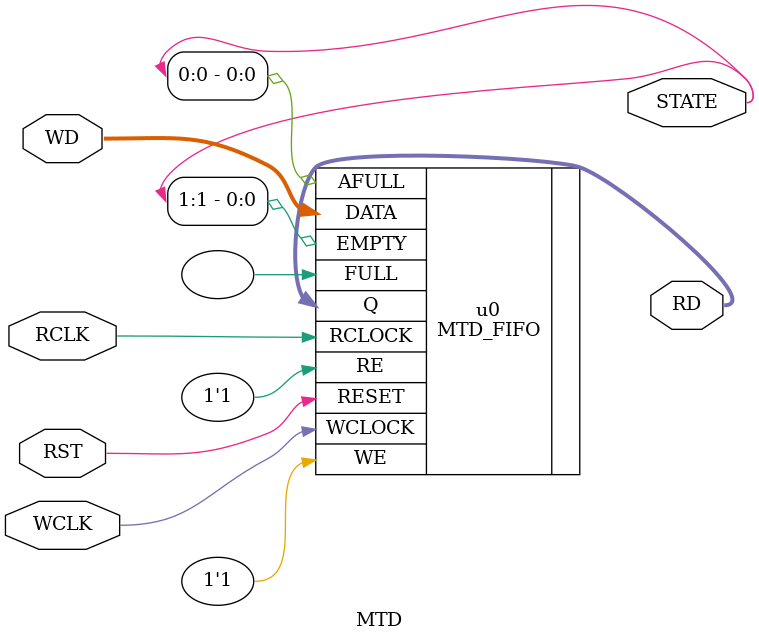
<source format=v>


module MTD( RST, WD, WCLK, RD, RCLK,STATE );
	input RST;
	input WCLK, RCLK;
	output [1:0] STATE;
	
	output [15:0] RD;
	input [15:0] WD;
	
	
	MTD_FIFO u0
	(
		.DATA		( WD),
		.Q			( RD),
		.WE		( 1'b1),
		.RE		( 1'b1),
		.WCLOCK	( WCLK),
		.RCLOCK	( RCLK),
		.FULL		( ),
		.EMPTY	( STATE[1]),
		.RESET	( RST),
		.AFULL	( STATE[0])
	);

endmodule


</source>
